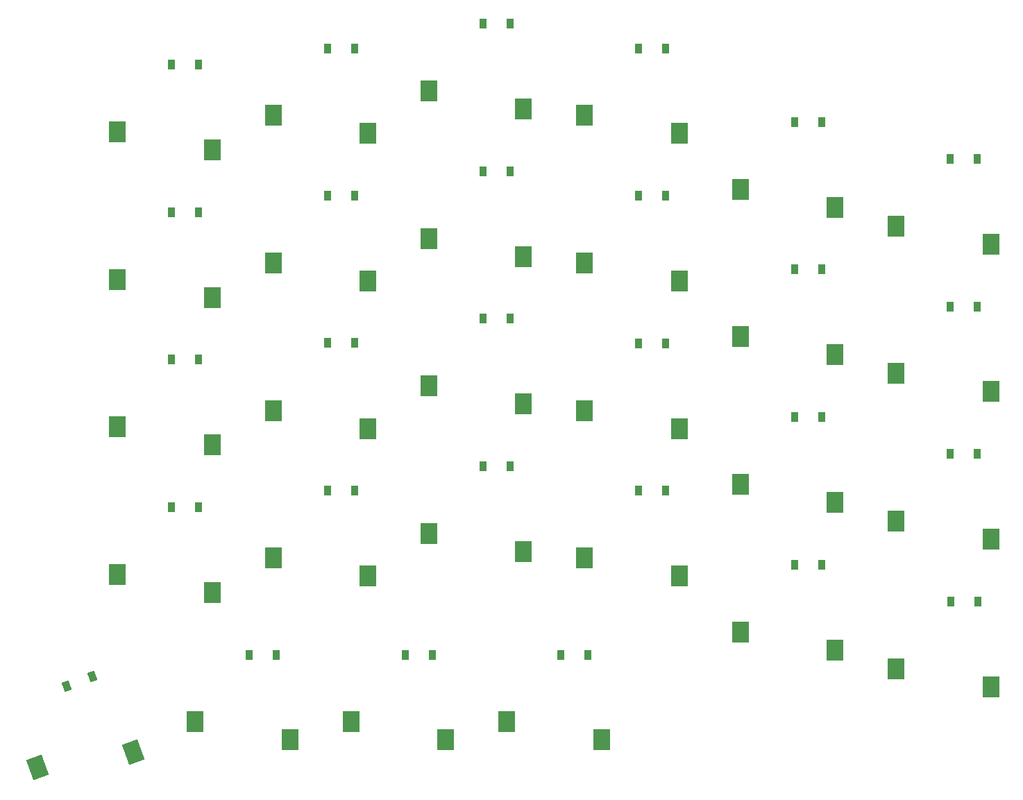
<source format=gbr>
%TF.GenerationSoftware,KiCad,Pcbnew,(6.0.10-0)*%
%TF.CreationDate,2023-01-25T23:07:09+08:00*%
%TF.ProjectId,V4,56342e6b-6963-4616-945f-706362585858,rev?*%
%TF.SameCoordinates,Original*%
%TF.FileFunction,Paste,Bot*%
%TF.FilePolarity,Positive*%
%FSLAX46Y46*%
G04 Gerber Fmt 4.6, Leading zero omitted, Abs format (unit mm)*
G04 Created by KiCad (PCBNEW (6.0.10-0)) date 2023-01-25 23:07:09*
%MOMM*%
%LPD*%
G01*
G04 APERTURE LIST*
G04 Aperture macros list*
%AMRotRect*
0 Rectangle, with rotation*
0 The origin of the aperture is its center*
0 $1 length*
0 $2 width*
0 $3 Rotation angle, in degrees counterclockwise*
0 Add horizontal line*
21,1,$1,$2,0,0,$3*%
G04 Aperture macros list end*
%ADD10R,2.000000X2.600000*%
%ADD11R,0.900000X1.200000*%
%ADD12RotRect,2.000000X2.600000X20.000000*%
%ADD13RotRect,0.900000X1.200000X200.000000*%
G04 APERTURE END LIST*
D10*
%TO.C,SW20*%
X162745000Y-82700000D03*
X174302000Y-84900000D03*
%TD*%
D11*
%TO.C,D11*%
X229650000Y-65500000D03*
X226350000Y-65500000D03*
%TD*%
%TO.C,D47*%
X229650000Y-119500000D03*
X226350000Y-119500000D03*
%TD*%
D10*
%TO.C,SW8*%
X162745000Y-64699998D03*
X174302000Y-66899998D03*
%TD*%
D11*
%TO.C,D32*%
X172650000Y-92475000D03*
X169350000Y-92475000D03*
%TD*%
D10*
%TO.C,SW11*%
X219745000Y-73700000D03*
X231302000Y-75900000D03*
%TD*%
%TO.C,SW12*%
X238745000Y-78200000D03*
X250302000Y-80400000D03*
%TD*%
%TO.C,SW7*%
X143745000Y-66700000D03*
X155302000Y-68900000D03*
%TD*%
%TO.C,SW22*%
X200745000Y-82700000D03*
X212302000Y-84900000D03*
%TD*%
D11*
%TO.C,D21*%
X191650000Y-71500000D03*
X188350000Y-71500000D03*
%TD*%
D10*
%TO.C,SW58*%
X191245000Y-138700000D03*
X202802000Y-140900000D03*
%TD*%
D11*
%TO.C,D56*%
X163150000Y-130500000D03*
X159850000Y-130500000D03*
%TD*%
%TO.C,D57*%
X182149984Y-130500000D03*
X178849984Y-130500000D03*
%TD*%
D10*
%TO.C,SW44*%
X162745000Y-118700000D03*
X174302000Y-120900000D03*
%TD*%
%TO.C,SW36*%
X238745000Y-114200000D03*
X250302000Y-116400000D03*
%TD*%
D11*
%TO.C,D23*%
X229700000Y-83500000D03*
X226400000Y-83500000D03*
%TD*%
D10*
%TO.C,SW34*%
X200745000Y-100700000D03*
X212302000Y-102900000D03*
%TD*%
D11*
%TO.C,D31*%
X150349998Y-94500003D03*
X153649998Y-94500003D03*
%TD*%
D12*
%TO.C,SW55*%
X145650784Y-142378836D03*
X134038312Y-144264239D03*
%TD*%
D11*
%TO.C,D46*%
X210650000Y-110500000D03*
X207350000Y-110500000D03*
%TD*%
%TO.C,D8*%
X172650000Y-56500000D03*
X169350000Y-56500000D03*
%TD*%
D10*
%TO.C,SW9*%
X181745000Y-61700003D03*
X193302000Y-63900003D03*
%TD*%
%TO.C,SW21*%
X181745000Y-79700000D03*
X193302000Y-81900000D03*
%TD*%
%TO.C,SW19*%
X143745000Y-84700000D03*
X155302000Y-86900000D03*
%TD*%
D11*
%TO.C,D44*%
X172650000Y-110500000D03*
X169350000Y-110500000D03*
%TD*%
%TO.C,D24*%
X248650000Y-88000000D03*
X245350000Y-88000000D03*
%TD*%
D10*
%TO.C,SW45*%
X181745000Y-115700000D03*
X193302000Y-117900000D03*
%TD*%
D11*
%TO.C,D35*%
X229650000Y-101500000D03*
X226350000Y-101500000D03*
%TD*%
%TO.C,D43*%
X153649998Y-112500003D03*
X150349998Y-112500003D03*
%TD*%
%TO.C,D9*%
X188350000Y-53500000D03*
X191650000Y-53500000D03*
%TD*%
D10*
%TO.C,SW33*%
X181745000Y-97700000D03*
X193302000Y-99900000D03*
%TD*%
%TO.C,SW24*%
X238745000Y-96200000D03*
X250302000Y-98400000D03*
%TD*%
%TO.C,SW47*%
X219745000Y-127700000D03*
X231302000Y-129900000D03*
%TD*%
D11*
%TO.C,D7*%
X153650000Y-58500000D03*
X150350000Y-58500000D03*
%TD*%
%TO.C,D19*%
X153650000Y-76500000D03*
X150350000Y-76500000D03*
%TD*%
D10*
%TO.C,SW32*%
X162745000Y-100700000D03*
X174302000Y-102900000D03*
%TD*%
%TO.C,SW10*%
X200745000Y-64700000D03*
X212302000Y-66900000D03*
%TD*%
%TO.C,SW35*%
X219745000Y-109700000D03*
X231302000Y-111900000D03*
%TD*%
%TO.C,SW43*%
X143745000Y-120700000D03*
X155302000Y-122900000D03*
%TD*%
%TO.C,SW31*%
X143745000Y-102700000D03*
X155302000Y-104900000D03*
%TD*%
D11*
%TO.C,D12*%
X248650000Y-70000000D03*
X245350000Y-70000000D03*
%TD*%
%TO.C,D20*%
X169350000Y-74500000D03*
X172650000Y-74500000D03*
%TD*%
%TO.C,D33*%
X191650000Y-89500000D03*
X188350000Y-89500000D03*
%TD*%
%TO.C,D10*%
X210650000Y-56500000D03*
X207350000Y-56500000D03*
%TD*%
%TO.C,D22*%
X210650000Y-74500000D03*
X207350000Y-74500000D03*
%TD*%
%TO.C,D45*%
X191650000Y-107500000D03*
X188350000Y-107500000D03*
%TD*%
D10*
%TO.C,SW23*%
X219745000Y-91700000D03*
X231302000Y-93900000D03*
%TD*%
%TO.C,SW48*%
X238745000Y-132200000D03*
X250302000Y-134400000D03*
%TD*%
%TO.C,SW46*%
X200745000Y-118700000D03*
X212302000Y-120900000D03*
%TD*%
D11*
%TO.C,D58*%
X201150000Y-130500000D03*
X197850000Y-130500000D03*
%TD*%
%TO.C,D34*%
X210650000Y-92500000D03*
X207350000Y-92500000D03*
%TD*%
D10*
%TO.C,SW56*%
X153244996Y-138700000D03*
X164801996Y-140900000D03*
%TD*%
D13*
%TO.C,D55*%
X137573172Y-134307972D03*
X140674158Y-133179306D03*
%TD*%
D10*
%TO.C,SW57*%
X172245000Y-138700000D03*
X183802000Y-140900000D03*
%TD*%
D11*
%TO.C,D36*%
X248650000Y-106000000D03*
X245350000Y-106000000D03*
%TD*%
%TO.C,D48*%
X248700000Y-124000000D03*
X245400000Y-124000000D03*
%TD*%
M02*

</source>
